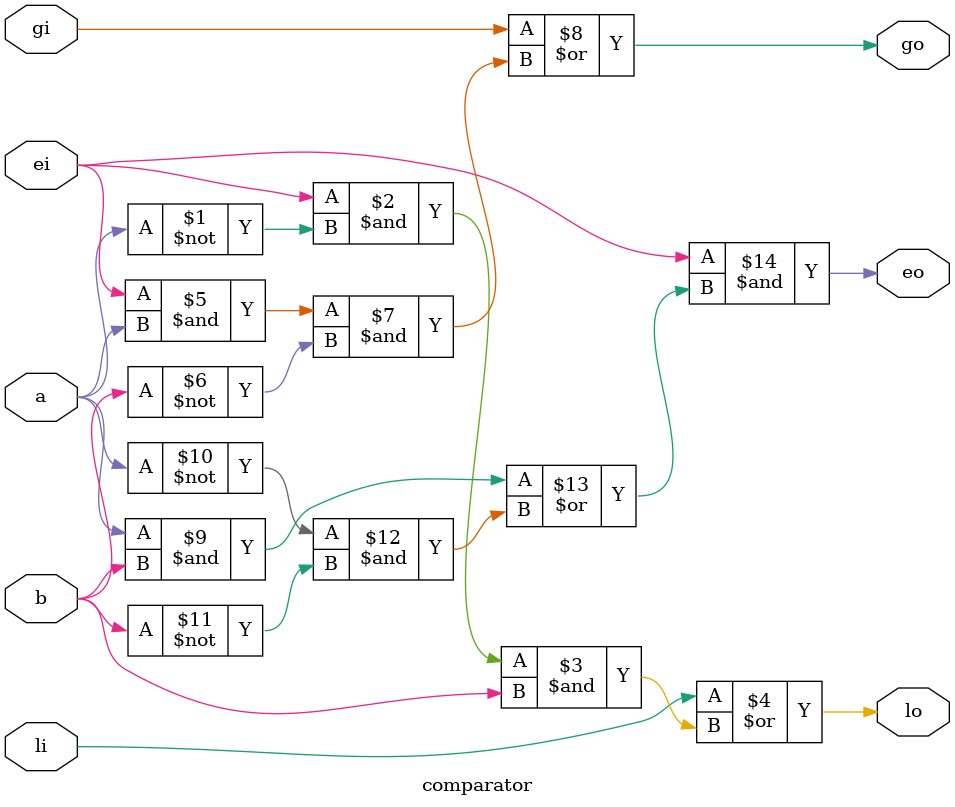
<source format=v>
`timescale 1ns / 1ps
module comparator(a,b,li,gi,ei,lo,go,eo);

input a,b,li,gi,ei;
output lo,go,eo;
wire lo,go,eo;

assign lo=li|(ei&(~a)&b);
assign go=gi|(ei&a&(~b));
assign eo=ei&(a&b|(~a)&(~b));

endmodule
</source>
